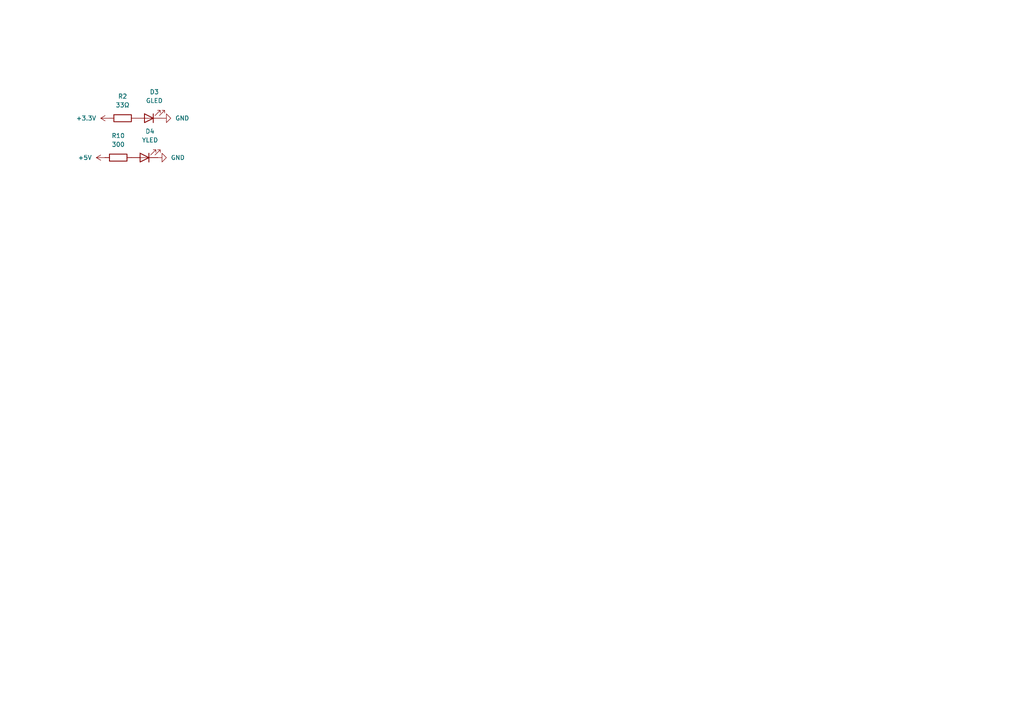
<source format=kicad_sch>
(kicad_sch (version 20250114) (generator "eeschema") (generator_version "9.0")
  (paper "A4")
  (lib_symbols
    (symbol "Device:LED" (pin_numbers (hide yes)) (pin_names (offset 1.016) (hide yes))
      (property "Reference" "D" (at 0 2.54 0))
      (property "Value" "LED" (at 0 -2.54 0))
      (symbol "LED_0_1"
        (polyline (pts (xy -3.048 -0.762) (xy -4.572 -2.286) (xy -3.81 -2.286) (xy -4.572 -2.286) (xy -4.572 -1.524)))
        (polyline (pts (xy -1.778 -0.762) (xy -3.302 -2.286) (xy -2.54 -2.286) (xy -3.302 -2.286) (xy -3.302 -1.524)))
        (polyline (pts (xy -1.27 0) (xy 1.27 0)))
        (polyline (pts (xy -1.27 -1.27) (xy -1.27 1.27)) (stroke (width 0.254)))
        (polyline (pts (xy 1.27 -1.27) (xy 1.27 1.27) (xy -1.27 0) (xy 1.27 -1.27)) (stroke (width 0.254)))
      )
      (symbol "LED_1_1"
        (pin passive line (at -3.81 0 0) (length 2.54) (name "K") (number "1"))
        (pin passive line (at 3.81 0 180) (length 2.54) (name "A") (number "2"))
      )
    )
    (symbol "Device:R" (pin_numbers (hide yes)) (pin_names (offset 0))
      (property "Reference" "R" (at 2.032 0 90))
      (property "Value" "R" (at 0 0 90))
      (symbol "R_0_1"
        (rectangle (start -1.016 -2.54) (end 1.016 2.54) (stroke (width 0.254)))
      )
      (symbol "R_1_1"
        (pin passive line (at 0 3.81 270) (length 1.27) (name "~") (number "1"))
        (pin passive line (at 0 -3.81 90) (length 1.27) (name "~") (number "2"))
      )
    )
    (symbol "power:+3.3V" (power) (pin_numbers (hide yes)) (pin_names (offset 0) (hide yes))
      (property "Value" "+3.3V" (at 0 3.556 0))
      (symbol "+3.3V_0_1"
        (polyline (pts (xy -0.762 1.27) (xy 0 2.54)))
        (polyline (pts (xy 0 2.54) (xy 0.762 1.27)))
        (polyline (pts (xy 0 0) (xy 0 2.54)))
      )
      (symbol "+3.3V_1_1"
        (pin power_in line (at 0 0 90) (length 0) (name "~") (number "1"))
      )
    )
    (symbol "power:+5V" (power) (pin_numbers (hide yes)) (pin_names (offset 0) (hide yes))
      (property "Value" "+5V" (at 0 3.556 0))
      (symbol "+5V_0_1"
        (polyline (pts (xy -0.762 1.27) (xy 0 2.54)))
        (polyline (pts (xy 0 2.54) (xy 0.762 1.27)))
        (polyline (pts (xy 0 0) (xy 0 2.54)))
      )
      (symbol "+5V_1_1"
        (pin power_in line (at 0 0 90) (length 0) (name "~") (number "1"))
      )
    )
    (symbol "power:GND" (power) (pin_numbers (hide yes)) (pin_names (offset 0) (hide yes))
      (property "Value" "GND" (at 0 -3.81 0))
      (symbol "GND_0_1"
        (polyline (pts (xy 0 0) (xy 0 -1.27) (xy 1.27 -1.27) (xy 0 -2.54) (xy -1.27 -1.27) (xy 0 -1.27)))
      )
      (symbol "GND_1_1"
        (pin power_in line (at 0 0 270) (length 0) (name "~") (number "1"))
      )
    )
  )
  (symbol (lib_id "Device:LED") (at 41.91 45.72 180) (unit 1)
    (property "Reference" "D4" (at 43.4975 38.1 0))
    (property "Value" "YLED" (at 43.4975 40.64 0))
    (property "Footprint" "easyeda2kicad:LED0805-R-RD" (effects (hide yes)))
    (property "Datasheet" "https://www.lcsc.com/datasheet/C84261.pdf" (effects (hide yes)))
    (property "Description" "Light emitting diode" (effects (hide yes)))
    (property "Sim.Pins" "1=K 2=A" (effects (hide yes)))
    (property "LCSC" "C84261" (effects (hide yes)))
  )
  (symbol (lib_id "Device:LED") (at 43.18 34.29 180) (unit 1)
    (property "Reference" "D3" (at 44.7675 26.67 0))
    (property "Value" "GLED" (at 44.7675 29.21 0))
    (property "Footprint" "easyeda2kicad:LED0805-R-RD" (effects (hide yes)))
    (property "Datasheet" "https://www.lcsc.com/datasheet/C84260.pdf" (effects (hide yes)))
    (property "Description" "Light emitting diode" (effects (hide yes)))
    (property "Sim.Pins" "1=K 2=A" (effects (hide yes)))
    (property "LCSC" "C84260" (effects (hide yes)))
  )
  (symbol (lib_id "Device:R") (at 34.29 45.72 270) (unit 1)
    (property "Reference" "R10" (at 34.29 39.37 90))
    (property "Value" "300" (at 34.29 41.91 90))
    (property "Footprint" "Resistor_SMD:R_0603_1608Metric" (effects (hide yes)))
    (property "Description" "Resistor" (effects (hide yes)))
    (property "LCSC" "C2907148" (effects (hide yes)))
  )
  (symbol (lib_id "power:+3.3V") (at 31.75 34.29 90) (unit 1)
    (property "Reference" "#PWR0193" (effects (hide yes)))
    (property "Value" "+3.3V" (at 27.94 34.2899 90) (effects (justify left)))
    (property "Description" "Power symbol creates a global label with name \"+3.3V\"" (effects (hide yes)))
  )
  (symbol (lib_id "power:GND") (at 46.99 34.29 90) (unit 1)
    (property "Reference" "#PWR0196" (effects (hide yes)))
    (property "Value" "GND" (at 50.8 34.2899 90) (effects (justify right)))
    (property "Description" "Power symbol creates a global label with name \"GND\" , ground" (effects (hide yes)))
  )
  (symbol (lib_id "power:+5V") (at 30.48 45.72 90) (unit 1)
    (property "Reference" "#PWR0186" (effects (hide yes)))
    (property "Value" "+5V" (at 26.67 45.7199 90) (effects (justify left)))
    (property "Description" "Power symbol creates a global label with name \"+5V\"" (effects (hide yes)))
  )
  (symbol (lib_id "Device:R") (at 35.56 34.29 270) (unit 1)
    (property "Reference" "R2" (at 35.56 27.94 90))
    (property "Value" "33Ω" (at 35.56 30.48 90))
    (property "Footprint" "Resistor_SMD:R_0603_1608Metric" (effects (hide yes)))
    (property "Datasheet" "https://www.lcsc.com/datasheet/C108661.pdf" (effects (hide yes)))
    (property "Description" "Resistor" (effects (hide yes)))
    (property "LCSC" "C108661" (effects (hide yes)))
  )
  (symbol (lib_id "power:GND") (at 45.72 45.72 90) (unit 1)
    (property "Reference" "#PWR022" (effects (hide yes)))
    (property "Value" "GND" (at 49.53 45.7199 90) (effects (justify right)))
    (property "Description" "Power symbol creates a global label with name \"GND\" , ground" (effects (hide yes)))
  )
)
</source>
